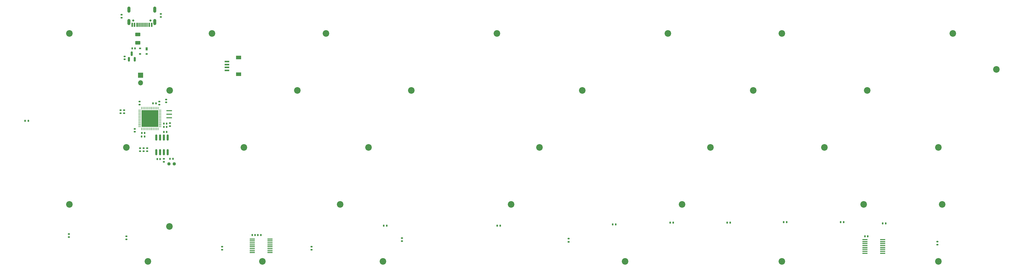
<source format=gbr>
G04 %TF.GenerationSoftware,KiCad,Pcbnew,(6.0.0)@% jlc*
G04 %TF.CreationDate,2022-08-23T10:18:13-07:00@% jlc*
G04 %TF.ProjectId,Faen65XT,4661656e-3635-4585-942e-6b696361645f,rev?@% jlc*
G04 %TF.SameCoordinates,Original@% jlc*
G04 %TF.FileFunction,Soldermask,Bot@% jlc*
G04 %TF.FilePolarity,Negative@% jlc*
%FSLAX46Y46*%
G04 Gerber Fmt 4.6, Leading zero omitted, Abs format (unit mm)*
G04 Created by KiCad (PCBNEW (6.0.0)) date 2022-08-23 10:18:13*
%MOMM*%
%LPD*%
G01*
G04 APERTURE LIST*
G04 Aperture macros list*
%AMRoundRect*
0 Rectangle with rounded corners*
0 $1 Rounding radius*
0 $2 $3 $4 $5 $6 $7 $8 $9 X,Y pos of 4 corners*
0 Add a 4 corners polygon primitive as box body*
4,1,4,$2,$3,$4,$5,$6,$7,$8,$9,$2,$3,0*
0 Add four circle primitives for the rounded corners*
1,1,$1+$1,$2,$3*
1,1,$1+$1,$4,$5*
1,1,$1+$1,$6,$7*
1,1,$1+$1,$8,$9*
0 Add four rect primitives between the rounded corners*
20,1,$1+$1,$2,$3,$4,$5,0*
20,1,$1+$1,$4,$5,$6,$7,0*
20,1,$1+$1,$6,$7,$8,$9,0*
20,1,$1+$1,$8,$9,$2,$3,0*%
G04 Aperture macros list end*
%ADD10C,2.200000*%
%ADD11RoundRect,0.135000X0.185000X-0.135000X0.185000X0.135000X-0.185000X0.135000X-0.185000X-0.135000X0*%
%ADD12RoundRect,0.135000X-0.185000X0.135000X-0.185000X-0.135000X0.185000X-0.135000X0.185000X0.135000X0*%
%ADD13RoundRect,0.135000X0.135000X0.185000X-0.135000X0.185000X-0.135000X-0.185000X0.135000X-0.185000X0*%
%ADD14R,1.778000X0.419100*%
%ADD15RoundRect,0.062500X0.375000X0.062500X-0.375000X0.062500X-0.375000X-0.062500X0.375000X-0.062500X0*%
%ADD16RoundRect,0.062500X0.062500X0.375000X-0.062500X0.375000X-0.062500X-0.375000X0.062500X-0.375000X0*%
%ADD17R,5.600000X5.600000*%
%ADD18RoundRect,0.135000X-0.135000X-0.185000X0.135000X-0.185000X0.135000X0.185000X-0.135000X0.185000X0*%
%ADD19RoundRect,0.140000X-0.140000X-0.170000X0.140000X-0.170000X0.140000X0.170000X-0.140000X0.170000X0*%
%ADD20R,1.800000X1.200000*%
%ADD21R,1.550000X0.600000*%
%ADD22RoundRect,0.140000X0.170000X-0.140000X0.170000X0.140000X-0.170000X0.140000X-0.170000X-0.140000X0*%
%ADD23RoundRect,0.250000X-0.625000X0.375000X-0.625000X-0.375000X0.625000X-0.375000X0.625000X0.375000X0*%
%ADD24C,0.700000*%
%ADD25R,0.600000X1.450000*%
%ADD26R,0.300000X1.450000*%
%ADD27O,1.050000X2.100000*%
%ADD28R,0.700000X1.000000*%
%ADD29R,0.700000X0.600000*%
%ADD30RoundRect,0.237500X0.250000X0.237500X-0.250000X0.237500X-0.250000X-0.237500X0.250000X-0.237500X0*%
%ADD31RoundRect,0.150000X0.150000X-0.825000X0.150000X0.825000X-0.150000X0.825000X-0.150000X-0.825000X0*%
%ADD32RoundRect,0.125000X-0.175000X0.125000X-0.175000X-0.125000X0.175000X-0.125000X0.175000X0.125000X0*%
%ADD33RoundRect,0.150000X0.150000X-0.587500X0.150000X0.587500X-0.150000X0.587500X-0.150000X-0.587500X0*%
%ADD34RoundRect,0.140000X0.140000X0.170000X-0.140000X0.170000X-0.140000X-0.170000X0.140000X-0.170000X0*%
%ADD35RoundRect,0.140000X-0.170000X0.140000X-0.170000X-0.140000X0.170000X-0.140000X0.170000X0.140000X0*%
%ADD36R,1.700000X1.700000*%
%ADD37O,1.700000X1.700000*%
%ADD38R,1.900000X0.400000*%
G04 APERTURE END LIST*
D10*
G04 %TO.C,H28@% jlc*
X275034375Y-57150144D03*
G04 %TD@% jlc*
G04 %TO.C,H29@% jlc*
X74017374Y-76200000D03*
G04 %TD@% jlc*
G04 %TO.C,H22@% jlc*
X9525024Y-57150144D03*
G04 %TD@% jlc*
G04 %TO.C,H16@% jlc*
X67865625Y-38100000D03*
G04 %TD@% jlc*
G04 %TO.C,H14@% jlc*
X319392000Y-12031000D03*
G04 %TD@% jlc*
G04 %TO.C,H17@% jlc*
X109537776Y-38100096D03*
G04 %TD@% jlc*
G04 %TO.C,H21@% jlc*
X300038256Y-38100096D03*
G04 %TD@% jlc*
G04 %TO.C,H25@% jlc*
X157162896Y-57150144D03*
G04 %TD@% jlc*
G04 %TO.C,H30@% jlc*
X35718750Y-76200000D03*
G04 %TD@% jlc*
G04 %TO.C,H15@% jlc*
X28575072Y-38100096D03*
G04 %TD@% jlc*
G04 %TO.C,H19@% jlc*
X223837500Y-38100000D03*
G04 %TD@% jlc*
G04 %TO.C,H12@% jlc*
X238125600Y-19050048D03*
G04 %TD@% jlc*
G04 %TO.C,H23@% jlc*
X42987000Y-64598000D03*
G04 %TD@% jlc*
G04 %TO.C,H11@% jlc*
X180975456Y-19050048D03*
G04 %TD@% jlc*
G04 %TO.C,H18@% jlc*
X166687500Y-38100000D03*
G04 %TD@% jlc*
G04 %TO.C,H5@% jlc*
X209550528Y0D03*
G04 %TD@% jlc*
G04 %TO.C,H7@% jlc*
X304800768Y0D03*
G04 %TD@% jlc*
G04 %TO.C,H3@% jlc*
X95250240Y0D03*
G04 %TD@% jlc*
G04 %TO.C,H9@% jlc*
X85725216Y-19050048D03*
G04 %TD@% jlc*
G04 %TO.C,H31@% jlc*
X114300000Y-76200000D03*
G04 %TD@% jlc*
G04 %TO.C,H34@% jlc*
X300038256Y-76200192D03*
G04 %TD@% jlc*
G04 %TO.C,H33@% jlc*
X247650000Y-76200192D03*
G04 %TD@% jlc*
G04 %TO.C,H6@% jlc*
X247650624Y0D03*
G04 %TD@% jlc*
G04 %TO.C,H27@% jlc*
X301228125Y-57150144D03*
G04 %TD@% jlc*
G04 %TO.C,H32@% jlc*
X195262992Y-76200192D03*
G04 %TD@% jlc*
G04 %TO.C,H4@% jlc*
X152400384Y0D03*
G04 %TD@% jlc*
G04 %TO.C,H8@% jlc*
X43061046Y-19050048D03*
G04 %TD@% jlc*
G04 %TO.C,H10@% jlc*
X123825312Y-19050048D03*
G04 %TD@% jlc*
G04 %TO.C,H13@% jlc*
X276225696Y-19050048D03*
G04 %TD@% jlc*
G04 %TO.C,H20@% jlc*
X261937500Y-38100096D03*
G04 %TD@% jlc*
G04 %TO.C,H26@% jlc*
X214313040Y-57150144D03*
G04 %TD@% jlc*
G04 %TO.C,H2@% jlc*
X57150144Y0D03*
G04 %TD@% jlc*
G04 %TO.C,H1@% jlc*
X9525000Y0D03*
G04 %TD@% jlc*
G04 %TO.C,H24@% jlc*
X100012752Y-57150144D03*
G04 %TD@% jlc*
D11*
G04 %TO.C,R2@% jlc*
X34346650Y-39403848D03*
X34346650Y-38383848D03*
G04 %TD@% jlc*
D12*
G04 %TO.C,R5@% jlc*
X40084476Y6463140D03*
X40084476Y5443140D03*
G04 %TD@% jlc*
D13*
G04 %TO.C,R29@% jlc*
X44166250Y-41955625D03*
X43146250Y-41955625D03*
G04 %TD@% jlc*
D14*
G04 %TO.C,U4@% jlc*
X281382854Y-68946572D03*
X281382854Y-69596812D03*
X281382854Y-70247052D03*
X281382854Y-70897292D03*
X281382854Y-71542452D03*
X281382854Y-72192692D03*
X281382854Y-72842932D03*
X281382854Y-73493172D03*
X275434174Y-73493172D03*
X275434174Y-72842932D03*
X275434174Y-72192692D03*
X275434174Y-71542452D03*
X275434174Y-70897292D03*
X275434174Y-70247052D03*
X275434174Y-69596812D03*
X275434174Y-68946572D03*
G04 %TD@% jlc*
D15*
G04 %TO.C,U1@% jlc*
X39834472Y-25731320D03*
X39834472Y-26231320D03*
X39834472Y-26731320D03*
X39834472Y-27231320D03*
X39834472Y-27731320D03*
X39834472Y-28231320D03*
X39834472Y-28731320D03*
X39834472Y-29231320D03*
X39834472Y-29731320D03*
X39834472Y-30231320D03*
X39834472Y-30731320D03*
X39834472Y-31231320D03*
D16*
X39146972Y-31918820D03*
X38646972Y-31918820D03*
X38146972Y-31918820D03*
X37646972Y-31918820D03*
X37146972Y-31918820D03*
X36646972Y-31918820D03*
X36146972Y-31918820D03*
X35646972Y-31918820D03*
X35146972Y-31918820D03*
X34646972Y-31918820D03*
X34146972Y-31918820D03*
X33646972Y-31918820D03*
D15*
X32959472Y-31231320D03*
X32959472Y-30731320D03*
X32959472Y-30231320D03*
X32959472Y-29731320D03*
X32959472Y-29231320D03*
X32959472Y-28731320D03*
X32959472Y-28231320D03*
X32959472Y-27731320D03*
X32959472Y-27231320D03*
X32959472Y-26731320D03*
X32959472Y-26231320D03*
X32959472Y-25731320D03*
D16*
X33646972Y-25043820D03*
X34146972Y-25043820D03*
X34646972Y-25043820D03*
X35146972Y-25043820D03*
X35646972Y-25043820D03*
X36146972Y-25043820D03*
X36646972Y-25043820D03*
X37146972Y-25043820D03*
X37646972Y-25043820D03*
X38146972Y-25043820D03*
X38646972Y-25043820D03*
X39146972Y-25043820D03*
D17*
X36396972Y-28481320D03*
G04 %TD@% jlc*
D18*
G04 %TO.C,R23@% jlc*
X248245938Y-63103284D03*
X249265938Y-63103284D03*
G04 %TD@% jlc*
D12*
G04 %TO.C,R22@% jlc*
X90487728Y-71363384D03*
X90487728Y-72383384D03*
G04 %TD@% jlc*
D19*
G04 %TO.C,C7@% jlc*
X41091875Y-30162500D03*
X42051875Y-30162500D03*
G04 %TD@% jlc*
D13*
G04 %TO.C,R1@% jlc*
X34641336Y-34528212D03*
X33621336Y-34528212D03*
G04 %TD@% jlc*
D12*
G04 %TO.C,R28@% jlc*
X41091875Y-41955625D03*
X41091875Y-42975625D03*
G04 %TD@% jlc*
D11*
G04 %TO.C,R11@% jlc*
X43109375Y-31069375D03*
X43109375Y-30049375D03*
G04 %TD@% jlc*
D20*
G04 %TO.C,J1@% jlc*
X66043912Y-13714090D03*
X66043912Y-8114090D03*
D21*
X62168912Y-9414090D03*
X62168912Y-10414090D03*
X62168912Y-11414090D03*
X62168912Y-12414090D03*
G04 %TD@% jlc*
D12*
G04 %TO.C,R14@% jlc*
X9326586Y-67072044D03*
X9326586Y-68092044D03*
G04 %TD@% jlc*
D18*
G04 %TO.C,R15@% jlc*
X210344280Y-63301722D03*
X211364280Y-63301722D03*
G04 %TD@% jlc*
G04 %TO.C,R10@% jlc*
X37443125Y-23415625D03*
X38463125Y-23415625D03*
G04 %TD@% jlc*
D22*
G04 %TO.C,C2@% jlc*
X32959472Y-23812500D03*
X32959472Y-22852500D03*
G04 %TD@% jlc*
D23*
G04 %TO.C,F1@% jlc*
X32345394Y-385942D03*
X32345394Y-3185942D03*
G04 %TD@% jlc*
D18*
G04 %TO.C,R13@% jlc*
X191095794Y-63897036D03*
X192115794Y-63897036D03*
G04 %TD@% jlc*
G04 %TO.C,R27@% jlc*
X267295986Y-63103284D03*
X268315986Y-63103284D03*
G04 %TD@% jlc*
D24*
G04 %TO.C,J2@% jlc*
X30844460Y4287520D03*
X36624460Y4287520D03*
D25*
X30484460Y2842520D03*
X31284460Y2842520D03*
D26*
X32484460Y2842520D03*
X33484460Y2842520D03*
X33984460Y2842520D03*
X34984460Y2842520D03*
D25*
X36984460Y2842520D03*
X36184460Y2842520D03*
D26*
X35484460Y2842520D03*
X34484460Y2842520D03*
X32984460Y2842520D03*
X31984460Y2842520D03*
D27*
X29414460Y3757520D03*
X38054460Y3757520D03*
X29414460Y7937520D03*
X38054460Y7937520D03*
G04 %TD@% jlc*
D11*
G04 %TO.C,R4@% jlc*
X26987568Y5244702D03*
X26987568Y6264702D03*
G04 %TD@% jlc*
D28*
G04 %TO.C,D1@% jlc*
X35334375Y-5183140D03*
D29*
X35334375Y-6903140D03*
X33134375Y-6903140D03*
X33134375Y-5003140D03*
G04 %TD@% jlc*
D30*
G04 %TO.C,JP2@% jlc*
X44568860Y-43656360D03*
X42743860Y-43656360D03*
G04 %TD@% jlc*
D11*
G04 %TO.C,R8@% jlc*
X26590692Y-26703816D03*
X26590692Y-25683816D03*
G04 %TD@% jlc*
D12*
G04 %TO.C,R26@% jlc*
X120650304Y-68461110D03*
X120650304Y-69481110D03*
G04 %TD@% jlc*
D22*
G04 %TO.C,C9@% jlc*
X27979758Y-8676582D03*
X27979758Y-7716582D03*
G04 %TD@% jlc*
D31*
G04 %TO.C,U5@% jlc*
X42361875Y-39781250D03*
X41091875Y-39781250D03*
X39821875Y-39781250D03*
X38551875Y-39781250D03*
X38551875Y-34831250D03*
X39821875Y-34831250D03*
X41091875Y-34831250D03*
X42361875Y-34831250D03*
G04 %TD@% jlc*
D12*
G04 %TO.C,R25@% jlc*
X299641380Y-69596812D03*
X299641380Y-70616812D03*
G04 %TD@% jlc*
G04 %TO.C,R6@% jlc*
X35537278Y-38383848D03*
X35537278Y-39403848D03*
G04 %TD@% jlc*
D11*
G04 %TO.C,R9@% jlc*
X27781250Y-26703750D03*
X27781250Y-25683750D03*
G04 %TD@% jlc*
D32*
G04 %TO.C,R18@% jlc*
X60523590Y-71363384D03*
D12*
X60523590Y-72383384D03*
G04 %TD@% jlc*
D13*
G04 %TO.C,R16@% jlc*
X73535184Y-67468920D03*
X72515184Y-67468920D03*
G04 %TD@% jlc*
D18*
G04 %TO.C,R21@% jlc*
X281382854Y-63500160D03*
X282402854Y-63500160D03*
G04 %TD@% jlc*
D22*
G04 %TO.C,C3@% jlc*
X39540625Y-23812500D03*
X39540625Y-22852500D03*
G04 %TD@% jlc*
D33*
G04 %TO.C,U2@% jlc*
X31311014Y-8676582D03*
X29411014Y-8676582D03*
X30361014Y-6801582D03*
G04 %TD@% jlc*
D34*
G04 %TO.C,C1@% jlc*
X34646972Y-33337500D03*
X33686972Y-33337500D03*
G04 %TD@% jlc*
D18*
G04 %TO.C,R20@% jlc*
X114584040Y-64293912D03*
X115604040Y-64293912D03*
G04 %TD@% jlc*
D12*
G04 %TO.C,R19@% jlc*
X176411382Y-68659548D03*
X176411382Y-69679548D03*
G04 %TD@% jlc*
D34*
G04 %TO.C,C12@% jlc*
X39821875Y-42068750D03*
X38861875Y-42068750D03*
G04 %TD@% jlc*
D35*
G04 %TO.C,C5@% jlc*
X31353125Y-31918820D03*
X31353125Y-32878820D03*
G04 %TD@% jlc*
D18*
G04 %TO.C,R17@% jlc*
X229394328Y-63301722D03*
X230414328Y-63301722D03*
G04 %TD@% jlc*
D34*
G04 %TO.C,C8@% jlc*
X31436328Y-5003140D03*
X30476328Y-5003140D03*
G04 %TD@% jlc*
D13*
G04 %TO.C,R7@% jlc*
X-4252512Y-29231320D03*
X-5272512Y-29231320D03*
G04 %TD@% jlc*
D11*
G04 %TO.C,R3@% jlc*
X33156022Y-39403848D03*
X33156022Y-38383848D03*
G04 %TD@% jlc*
D19*
G04 %TO.C,C11@% jlc*
X276394174Y-67846426D03*
X275434174Y-67846426D03*
G04 %TD@% jlc*
G04 %TO.C,C10@% jlc*
X70646158Y-67468920D03*
X71606158Y-67468920D03*
G04 %TD@% jlc*
D34*
G04 %TO.C,C13@% jlc*
X42051875Y-32940708D03*
X41091875Y-32940708D03*
G04 %TD@% jlc*
D19*
G04 %TO.C,C6@% jlc*
X41091875Y-31253125D03*
X42051875Y-31253125D03*
G04 %TD@% jlc*
D18*
G04 %TO.C,R24@% jlc*
X152485698Y-64293912D03*
X153505698Y-64293912D03*
G04 %TD@% jlc*
D22*
G04 %TO.C,C4@% jlc*
X41870418Y-23101932D03*
X41870418Y-22141932D03*
G04 %TD@% jlc*
D32*
G04 %TO.C,R12@% jlc*
X28575072Y-67865796D03*
D12*
X28575072Y-68885796D03*
G04 %TD@% jlc*
D36*
G04 %TO.C,JP1@% jlc*
X33337584Y-14004726D03*
D37*
X33337584Y-16544726D03*
G04 %TD@% jlc*
D14*
G04 %TO.C,U3@% jlc*
X76594838Y-68767504D03*
X76594838Y-69417744D03*
X76594838Y-70067984D03*
X76594838Y-70718224D03*
X76594838Y-71363384D03*
X76594838Y-72013624D03*
X76594838Y-72663864D03*
X76594838Y-73314104D03*
X70646158Y-73314104D03*
X70646158Y-72663864D03*
X70646158Y-72013624D03*
X70646158Y-71363384D03*
X70646158Y-70718224D03*
X70646158Y-70067984D03*
X70646158Y-69417744D03*
X70646158Y-68767504D03*
G04 %TD@% jlc*
D38*
G04 %TO.C,Y1@% jlc*
X42862500Y-28231320D03*
X42862500Y-27031320D03*
X42862500Y-25831320D03*
G04 %TD@% jlc*
M02*

</source>
